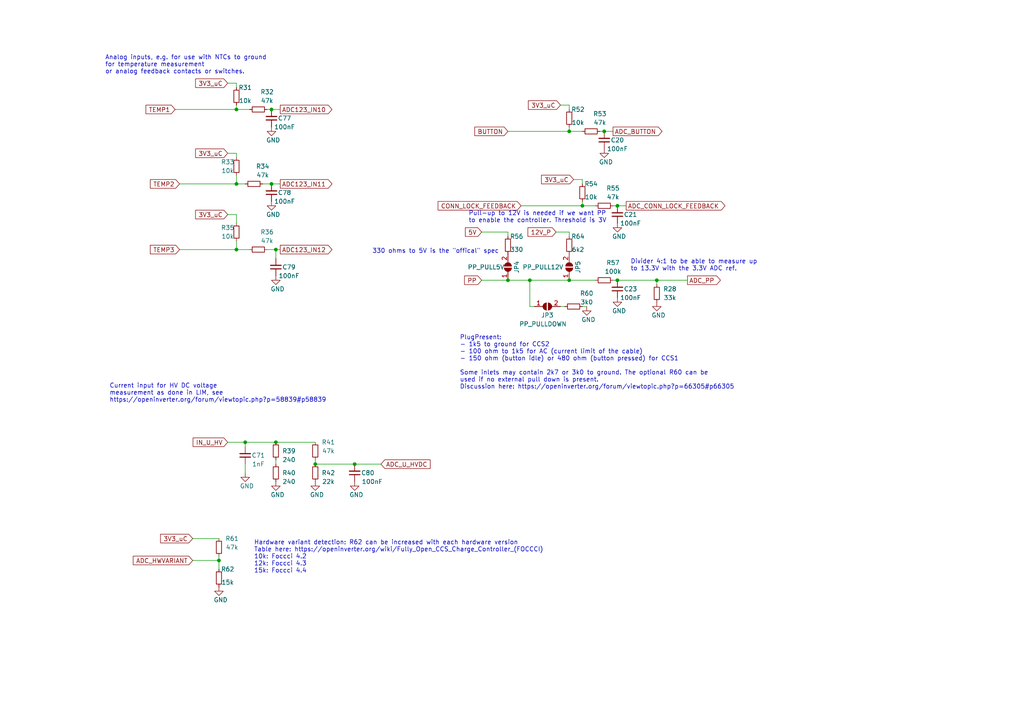
<source format=kicad_sch>
(kicad_sch (version 20230121) (generator eeschema)
  (paper "A4")
  (lib_symbols
    (symbol "C_Small_13" (pin_numbers hide) (pin_names (offset 0.254) hide)
      (property "Reference" "C" (at 0.254 1.778 0))
      (property "Value" "C_Small_13" (at 0.254 -2.032 0))
      (symbol "C_Small_13_0_1"
        (polyline (pts (xy -1.524 -0.508) (xy 1.524 -0.508)) (stroke (width 0.3302)))
        (polyline (pts (xy -1.524 0.508) (xy 1.524 0.508)) (stroke (width 0.3048)))
      )
      (symbol "C_Small_13_1_1"
        (pin passive line (at 0 2.54 270) (length 2.032) (name "~") (number "1"))
        (pin passive line (at 0 -2.54 90) (length 2.032) (name "~") (number "2"))
      )
    )
    (symbol "Device:R_Small" (pin_numbers hide) (pin_names (offset 0.254) hide)
      (property "Reference" "R" (at 0.762 0.508 0))
      (property "Value" "R_Small" (at 0.762 -1.016 0))
      (symbol "R_Small_0_1"
        (rectangle (start -0.762 1.778) (end 0.762 -1.778) (stroke (width 0.2032)))
      )
      (symbol "R_Small_1_1"
        (pin passive line (at 0 2.54 270) (length 0.762) (name "~") (number "1"))
        (pin passive line (at 0 -2.54 90) (length 0.762) (name "~") (number "2"))
      )
    )
    (symbol "Jumper:SolderJumper_2_Open" (pin_names (offset 0) hide)
      (property "Reference" "JP" (at 0 2.032 0))
      (property "Value" "SolderJumper_2_Open" (at 0 -2.54 0))
      (symbol "SolderJumper_2_Open_0_1"
        (arc (start -0.254 1.016) (mid -1.2656 0) (end -0.254 -1.016))
        (arc (start -0.254 1.016) (mid -1.2656 0) (end -0.254 -1.016) (fill (type outline)))
        (polyline (pts (xy -0.254 1.016) (xy -0.254 -1.016)))
        (polyline (pts (xy 0.254 1.016) (xy 0.254 -1.016)))
        (arc (start 0.254 -1.016) (mid 1.2656 0) (end 0.254 1.016))
        (arc (start 0.254 -1.016) (mid 1.2656 0) (end 0.254 1.016) (fill (type outline)))
      )
      (symbol "SolderJumper_2_Open_1_1"
        (pin passive line (at -3.81 0 0) (length 2.54) (name "A") (number "1"))
        (pin passive line (at 3.81 0 180) (length 2.54) (name "B") (number "2"))
      )
    )
    (symbol "power:GND" (power) (pin_names (offset 0))
      (property "Value" "GND" (at 0 -3.81 0))
      (symbol "GND_0_1"
        (polyline (pts (xy 0 0) (xy 0 -1.27) (xy 1.27 -1.27) (xy 0 -2.54) (xy -1.27 -1.27) (xy 0 -1.27)))
      )
      (symbol "GND_1_1"
        (pin power_in line (at 0 0 270) (length 0) hide (name "GND") (number "1"))
      )
    )
  )
  (junction (at 168.91 59.69))
  (junction (at 165.1 81.28))
  (junction (at 63.5 162.56))
  (junction (at 78.74 53.34))
  (junction (at 147.32 81.28))
  (junction (at 153.67 81.28))
  (junction (at 71.12 128.27))
  (junction (at 165.1 38.1))
  (junction (at 68.58 31.75))
  (junction (at 175.26 38.1))
  (junction (at 102.87 134.62))
  (junction (at 80.01 128.27))
  (junction (at 78.74 31.75))
  (junction (at 179.07 81.28))
  (junction (at 179.07 59.69))
  (junction (at 91.44 134.62))
  (junction (at 68.58 53.34))
  (junction (at 68.58 72.39))
  (junction (at 190.5 81.28))
  (junction (at 80.01 72.39))
  (wire (pts (xy 77.47 31.75) (xy 78.74 31.75)))
  (wire (pts (xy 78.74 53.34) (xy 81.28 53.34)))
  (wire (pts (xy 68.58 44.45) (xy 68.58 45.72)))
  (wire (pts (xy 165.1 36.83) (xy 165.1 38.1)))
  (wire (pts (xy 52.07 53.34) (xy 68.58 53.34)))
  (wire (pts (xy 153.67 88.9) (xy 153.67 81.28)))
  (wire (pts (xy 165.1 81.28) (xy 172.72 81.28)))
  (wire (pts (xy 165.1 67.31) (xy 165.1 68.58)))
  (wire (pts (xy 80.01 72.39) (xy 80.01 74.93)))
  (wire (pts (xy 77.47 72.39) (xy 80.01 72.39)))
  (wire (pts (xy 71.12 134.62) (xy 71.12 137.16)))
  (wire (pts (xy 165.1 38.1) (xy 168.91 38.1)))
  (wire (pts (xy 168.91 58.42) (xy 168.91 59.69)))
  (wire (pts (xy 50.8 31.75) (xy 68.58 31.75)))
  (wire (pts (xy 68.58 31.75) (xy 72.39 31.75)))
  (wire (pts (xy 147.32 67.31) (xy 147.32 68.58)))
  (wire (pts (xy 68.58 53.34) (xy 68.58 50.8)))
  (wire (pts (xy 139.7 81.28) (xy 147.32 81.28)))
  (wire (pts (xy 68.58 62.23) (xy 68.58 64.77)))
  (wire (pts (xy 63.5 161.29) (xy 63.5 162.56)))
  (wire (pts (xy 153.67 88.9) (xy 154.94 88.9)))
  (wire (pts (xy 66.04 44.45) (xy 68.58 44.45)))
  (wire (pts (xy 81.28 72.39) (xy 80.01 72.39)))
  (wire (pts (xy 102.87 134.62) (xy 110.49 134.62)))
  (wire (pts (xy 80.01 128.27) (xy 91.44 128.27)))
  (wire (pts (xy 68.58 30.48) (xy 68.58 31.75)))
  (wire (pts (xy 179.07 59.69) (xy 181.61 59.69)))
  (wire (pts (xy 71.12 128.27) (xy 71.12 129.54)))
  (wire (pts (xy 76.2 53.34) (xy 78.74 53.34)))
  (wire (pts (xy 177.8 59.69) (xy 179.07 59.69)))
  (wire (pts (xy 66.04 62.23) (xy 68.58 62.23)))
  (wire (pts (xy 162.56 88.9) (xy 163.83 88.9)))
  (wire (pts (xy 165.1 31.75) (xy 165.1 30.48)))
  (wire (pts (xy 190.5 81.28) (xy 190.5 82.55)))
  (wire (pts (xy 173.99 38.1) (xy 175.26 38.1)))
  (wire (pts (xy 71.12 128.27) (xy 80.01 128.27)))
  (wire (pts (xy 175.26 38.1) (xy 177.8 38.1)))
  (wire (pts (xy 66.04 128.27) (xy 71.12 128.27)))
  (wire (pts (xy 151.13 59.69) (xy 168.91 59.69)))
  (wire (pts (xy 168.91 59.69) (xy 172.72 59.69)))
  (wire (pts (xy 168.91 52.07) (xy 166.37 52.07)))
  (wire (pts (xy 68.58 72.39) (xy 68.58 69.85)))
  (wire (pts (xy 68.58 24.13) (xy 66.04 24.13)))
  (wire (pts (xy 161.29 67.31) (xy 165.1 67.31)))
  (wire (pts (xy 168.91 53.34) (xy 168.91 52.07)))
  (wire (pts (xy 190.5 81.28) (xy 199.39 81.28)))
  (wire (pts (xy 71.12 53.34) (xy 68.58 53.34)))
  (wire (pts (xy 147.32 67.31) (xy 139.7 67.31)))
  (wire (pts (xy 91.44 133.35) (xy 91.44 134.62)))
  (wire (pts (xy 78.74 31.75) (xy 81.28 31.75)))
  (wire (pts (xy 63.5 162.56) (xy 63.5 165.1)))
  (wire (pts (xy 147.32 38.1) (xy 165.1 38.1)))
  (wire (pts (xy 147.32 81.28) (xy 153.67 81.28)))
  (wire (pts (xy 68.58 25.4) (xy 68.58 24.13)))
  (wire (pts (xy 52.07 72.39) (xy 68.58 72.39)))
  (wire (pts (xy 91.44 134.62) (xy 102.87 134.62)))
  (wire (pts (xy 153.67 81.28) (xy 165.1 81.28)))
  (wire (pts (xy 55.88 156.21) (xy 63.5 156.21)))
  (wire (pts (xy 165.1 30.48) (xy 162.56 30.48)))
  (wire (pts (xy 179.07 81.28) (xy 190.5 81.28)))
  (wire (pts (xy 177.8 81.28) (xy 179.07 81.28)))
  (wire (pts (xy 72.39 72.39) (xy 68.58 72.39)))
  (wire (pts (xy 80.01 133.35) (xy 80.01 134.62)))
  (wire (pts (xy 168.91 88.9) (xy 170.18 88.9)))
  (wire (pts (xy 55.88 162.56) (xy 63.5 162.56)))
  (text "Divider 4:1 to be able to measure up\nto 13.3V with the 3.3V ADC ref." (at 182.88 78.74 0) (effects (font (size 1.27 1.27)) (justify left bottom)))
  (text "Hardware variant detection: R62 can be increased with each hardware version\nTable here: https://openinverter.org/wiki/Fully_Open_CCS_Charge_Controller_(FOCCCI)\n10k: Foccci 4.2\n12k: Foccci 4.3\n15k: Foccci 4.4" (at 73.66 166.37 0) (effects (font (size 1.27 1.27)) (justify left bottom)))
  (text "Current input for HV DC voltage\nmeasurement as done in LIM, see\nhttps://openinverter.org/forum/viewtopic.php?p=58839#p58839" (at 31.75 116.84 0) (effects (font (size 1.27 1.27)) (justify left bottom)))
  (text "Pull-up to 12V is needed if we want PP \nto enable the controller. Threshold is 3V" (at 135.89 64.77 0) (effects (font (size 1.27 1.27)) (justify left bottom)))
  (text "330 ohms to 5V is the \"offical\" spec" (at 107.95 73.66 0) (effects (font (size 1.27 1.27)) (justify left bottom)))
  (text "Analog inputs, e.g. for use with NTCs to ground\nfor temperature measurement\nor analog feedback contacts or switches." (at 30.48 21.59 0) (effects (font (size 1.27 1.27)) (justify left bottom)))
  (text "PlugPresent:\n- 1k5 to ground for CCS2\n- 100 ohm to 1k5 for AC (current limit of the cable)\n- 150 ohm (button idle) or 480 ohm (button pressed) for CCS1\n\nSome inlets may contain 2k7 or 3k0 to ground. The optional R60 can be\nused if no external pull down is present.\nDiscussion here: https://openinverter.org/forum/viewtopic.php?p=66305#p66305" (at 133.35 113.03 0) (effects (font (size 1.27 1.27)) (justify left bottom)))
  (global_label "ADC123_IN11" (shape output) (at 81.28 53.34 0) (property "Intersheetrefs" "${INTERSHEET_REFS}" (effects hide)))
  (global_label "ADC_U_HVDC" (shape input) (at 110.49 134.62 0) (property "Intersheetrefs" "${INTERSHEET_REFS}" (effects hide)))
  (global_label "ADC_PP" (shape output) (at 199.39 81.28 0) (property "Intersheetrefs" "${INTERSHEET_REFS}" (effects hide)))
  (global_label "ADC_BUTTON" (shape output) (at 177.8 38.1 0) (property "Intersheetrefs" "${INTERSHEET_REFS}" (effects hide)))
  (global_label "ADC123_IN12" (shape output) (at 81.28 72.39 0) (property "Intersheetrefs" "${INTERSHEET_REFS}" (effects hide)))
  (global_label "5V" (shape input) (at 139.7 67.31 180) (property "Intersheetrefs" "${INTERSHEET_REFS}" (effects hide)))
  (global_label "3V3_uC" (shape input) (at 66.04 44.45 180) (property "Intersheetrefs" "${INTERSHEET_REFS}" (effects hide)))
  (global_label "ADC123_IN10" (shape output) (at 81.28 31.75 0) (property "Intersheetrefs" "${INTERSHEET_REFS}" (effects hide)))
  (global_label "3V3_uC" (shape input) (at 66.04 62.23 180) (property "Intersheetrefs" "${INTERSHEET_REFS}" (effects hide)))
  (global_label "IN_U_HV" (shape input) (at 66.04 128.27 180) (property "Intersheetrefs" "${INTERSHEET_REFS}" (effects hide)))
  (global_label "PP" (shape input) (at 139.7 81.28 180) (property "Intersheetrefs" "${INTERSHEET_REFS}" (effects hide)))
  (global_label "12V_P" (shape input) (at 161.29 67.31 180) (property "Intersheetrefs" "${INTERSHEET_REFS}" (effects hide)))
  (global_label "3V3_uC" (shape input) (at 166.37 52.07 180) (property "Intersheetrefs" "${INTERSHEET_REFS}" (effects hide)))
  (global_label "TEMP3" (shape input) (at 52.07 72.39 180) (property "Intersheetrefs" "${INTERSHEET_REFS}" (effects hide)))
  (global_label "CONN_LOCK_FEEDBACK" (shape input) (at 151.13 59.69 180) (property "Intersheetrefs" "${INTERSHEET_REFS}" (effects hide)))
  (global_label "TEMP2" (shape input) (at 52.07 53.34 180) (property "Intersheetrefs" "${INTERSHEET_REFS}" (effects hide)))
  (global_label "TEMP1" (shape input) (at 50.8 31.75 180) (property "Intersheetrefs" "${INTERSHEET_REFS}" (effects hide)))
  (global_label "3V3_uC" (shape input) (at 66.04 24.13 180) (property "Intersheetrefs" "${INTERSHEET_REFS}" (effects hide)))
  (global_label "3V3_uC" (shape input) (at 55.88 156.21 180) (property "Intersheetrefs" "${INTERSHEET_REFS}" (effects hide)))
  (global_label "BUTTON" (shape input) (at 147.32 38.1 180) (property "Intersheetrefs" "${INTERSHEET_REFS}" (effects hide)))
  (global_label "ADC_CONN_LOCK_FEEDBACK" (shape output) (at 181.61 59.69 0) (property "Intersheetrefs" "${INTERSHEET_REFS}" (effects hide)))
  (global_label "ADC_HWVARIANT" (shape input) (at 55.88 162.56 180) (property "Intersheetrefs" "${INTERSHEET_REFS}" (effects hide)))
  (global_label "3V3_uC" (shape input) (at 162.56 30.48 180) (property "Intersheetrefs" "${INTERSHEET_REFS}" (effects hide)))
  (symbol (lib_id "power:GND") (at 71.12 137.16 0) (unit 1)
    (property "Reference" "#PWR068" (effects hide))
    (property "Value" "GND" (at 73.66 140.97 0) (effects (justify right)))
  )
  (symbol (lib_id "Device:R_Small") (at 165.1 71.12 0) (unit 1)
    (property "Reference" "R64" (at 167.64 68.58 0))
    (property "Value" "6k2" (at 167.64 72.39 0))
    (property "Footprint" "Resistor_SMD:R_0805_2012Metric_Pad1.20x1.40mm_HandSolder" (effects hide))
    (property "LINK" "https://jlcpcb.com/partdetail/18318-0805W8F3300T5E/C17630" (effects hide))
  )
  (symbol (lib_name "C_Small_13") (lib_id "Device:C_Small") (at 78.74 55.88 180) (unit 1)
    (property "Reference" "C78" (at 82.55 55.88 0))
    (property "Value" "100nF" (at 82.55 58.42 0))
    (property "Footprint" "Capacitor_SMD:C_0805_2012Metric_Pad1.18x1.45mm_HandSolder" (effects hide))
    (property "LCSC" "C49678" (effects hide))
    (property "LINK" "https://jlcpcb.com/partdetail/Yageo-CC0805KRX7R9BB104/C49678" (effects hide))
  )
  (symbol (lib_id "power:GND") (at 179.07 86.36 0) (unit 1)
    (property "Reference" "#PWR097" (effects hide))
    (property "Value" "GND" (at 181.61 90.17 0) (effects (justify right)))
  )
  (symbol (lib_id "Device:R_Small") (at 175.26 81.28 90) (unit 1)
    (property "Reference" "R57" (at 177.8 76.2 90))
    (property "Value" "100k" (at 177.8 78.74 90))
    (property "Footprint" "Resistor_SMD:R_0805_2012Metric_Pad1.20x1.40mm_HandSolder" (effects hide))
    (property "LCSC" "C17713" (effects hide))
    (property "LINK" "https://jlcpcb.com/partdetail/18401-0805W8F4702T5E/C17713" (effects hide))
  )
  (symbol (lib_id "power:GND") (at 190.5 87.63 0) (unit 1)
    (property "Reference" "#PWR099" (effects hide))
    (property "Value" "GND" (at 193.04 91.44 0) (effects (justify right)))
  )
  (symbol (lib_id "Jumper:SolderJumper_2_Open") (at 165.1 77.47 90) (unit 1)
    (property "Reference" "JP5" (at 167.64 77.47 0))
    (property "Value" "PP_PULL12V" (at 157.48 77.47 90))
    (property "Footprint" "Jumper:SolderJumper-2_P1.3mm_Open_TrianglePad1.0x1.5mm" (effects hide))
  )
  (symbol (lib_name "C_Small_13") (lib_id "Device:C_Small") (at 179.07 62.23 180) (unit 1)
    (property "Reference" "C21" (at 182.88 62.23 0))
    (property "Value" "100nF" (at 182.88 64.77 0))
    (property "Footprint" "Capacitor_SMD:C_0805_2012Metric_Pad1.18x1.45mm_HandSolder" (effects hide))
    (property "LCSC" "C49678" (effects hide))
    (property "LINK" "https://jlcpcb.com/partdetail/Yageo-CC0805KRX7R9BB104/C49678" (effects hide))
  )
  (symbol (lib_id "power:GND") (at 78.74 36.83 0) (unit 1)
    (property "Reference" "#PWR082" (effects hide))
    (property "Value" "GND" (at 81.28 40.64 0) (effects (justify right)))
  )
  (symbol (lib_name "C_Small_13") (lib_id "Device:C_Small") (at 78.74 34.29 180) (unit 1)
    (property "Reference" "C77" (at 82.55 34.29 0))
    (property "Value" "100nF" (at 82.55 36.83 0))
    (property "Footprint" "Capacitor_SMD:C_0805_2012Metric_Pad1.18x1.45mm_HandSolder" (effects hide))
    (property "LCSC" "C49678" (effects hide))
    (property "LINK" "https://jlcpcb.com/partdetail/Yageo-CC0805KRX7R9BB104/C49678" (effects hide))
  )
  (symbol (lib_id "Device:R_Small") (at 175.26 59.69 90) (unit 1)
    (property "Reference" "R55" (at 177.8 54.61 90))
    (property "Value" "47k" (at 177.8 57.15 90))
    (property "Footprint" "Resistor_SMD:R_0805_2012Metric_Pad1.20x1.40mm_HandSolder" (effects hide))
    (property "LCSC" "C17713" (effects hide))
    (property "LINK" "https://jlcpcb.com/partdetail/18401-0805W8F4702T5E/C17713" (effects hide))
  )
  (symbol (lib_name "C_Small_13") (lib_id "Device:C_Small") (at 80.01 77.47 180) (unit 1)
    (property "Reference" "C79" (at 83.82 77.47 0))
    (property "Value" "100nF" (at 83.82 80.01 0))
    (property "Footprint" "Capacitor_SMD:C_0805_2012Metric_Pad1.18x1.45mm_HandSolder" (effects hide))
    (property "LCSC" "C49678" (effects hide))
    (property "LINK" "https://jlcpcb.com/partdetail/Yageo-CC0805KRX7R9BB104/C49678" (effects hide))
  )
  (symbol (lib_id "Device:R_Small") (at 147.32 71.12 0) (unit 1)
    (property "Reference" "R56" (at 149.86 68.58 0))
    (property "Value" "330" (at 149.86 72.39 0))
    (property "Footprint" "Resistor_SMD:R_0805_2012Metric_Pad1.20x1.40mm_HandSolder" (effects hide))
    (property "LCSC" "C17634" (effects hide))
    (property "LINK" "https://jlcpcb.com/partdetail/18318-0805W8F3300T5E/C17630" (effects hide))
  )
  (symbol (lib_id "Device:R_Small") (at 168.91 55.88 0) (unit 1)
    (property "Reference" "R54" (at 171.45 53.34 0))
    (property "Value" "10k" (at 171.45 57.15 0))
    (property "Footprint" "Resistor_SMD:R_0805_2012Metric_Pad1.20x1.40mm_HandSolder" (effects hide))
    (property "LCSC" "C17414" (effects hide))
    (property "LINK" "https://jlcpcb.com/partdetail/18102-0805W8F1002T5E/C17414" (effects hide))
  )
  (symbol (lib_id "Device:R_Small") (at 91.44 137.16 180) (unit 1)
    (property "Reference" "R42" (at 95.25 137.16 0))
    (property "Value" "22k" (at 95.25 139.7 0))
    (property "Footprint" "Resistor_SMD:R_0805_2012Metric_Pad1.20x1.40mm_HandSolder" (effects hide))
    (property "Datasheet" "https://datasheet.lcsc.com/lcsc/1811101920_UNI-ROYAL-Uniroyal-Elec-0603WAF3301T5E_C22978.pdf" (effects hide))
    (property "LCSC" "C17560" (effects hide))
    (property "LINK" "https://jlcpcb.com/partdetail/18248-0805W8F2202T5E/C17560" (effects hide))
  )
  (symbol (lib_id "Device:R_Small") (at 63.5 158.75 180) (unit 1)
    (property "Reference" "R61" (at 67.31 156.21 0))
    (property "Value" "47k" (at 67.31 158.75 0))
    (property "Footprint" "Resistor_SMD:R_0805_2012Metric_Pad1.20x1.40mm_HandSolder" (effects hide))
    (property "Datasheet" "https://datasheet.lcsc.com/lcsc/1811101920_UNI-ROYAL-Uniroyal-Elec-0603WAF3301T5E_C22978.pdf" (effects hide))
    (property "LCSC" "C17713" (effects hide))
    (property "LINK" "https://jlcpcb.com/partdetail/18401-0805W8F4702T5E/C17713" (effects hide))
  )
  (symbol (lib_id "Device:R_Small") (at 165.1 34.29 0) (unit 1)
    (property "Reference" "R52" (at 167.64 31.75 0))
    (property "Value" "10k" (at 167.64 35.56 0))
    (property "Footprint" "Resistor_SMD:R_0805_2012Metric_Pad1.20x1.40mm_HandSolder" (effects hide))
    (property "LCSC" "C17414" (effects hide))
    (property "LINK" "https://jlcpcb.com/partdetail/18102-0805W8F1002T5E/C17414" (effects hide))
  )
  (symbol (lib_id "power:GND") (at 170.18 88.9 0) (unit 1)
    (property "Reference" "#PWR0100" (effects hide))
    (property "Value" "GND" (at 172.72 92.71 0) (effects (justify right)))
  )
  (symbol (lib_id "Device:R_Small") (at 190.5 85.09 0) (unit 1)
    (property "Reference" "R28" (at 194.31 83.82 0))
    (property "Value" "33k" (at 194.31 86.36 0))
    (property "Footprint" "Resistor_SMD:R_0805_2012Metric_Pad1.20x1.40mm_HandSolder" (effects hide))
    (property "LINK" "https://jlcpcb.com/partdetail/18401-0805W8F4702T5E/C17713" (effects hide))
  )
  (symbol (lib_id "Device:R_Small") (at 80.01 130.81 180) (unit 1)
    (property "Reference" "R39" (at 83.82 130.81 0))
    (property "Value" "240" (at 83.82 133.35 0))
    (property "Footprint" "Resistor_SMD:R_0805_2012Metric_Pad1.20x1.40mm_HandSolder" (effects hide))
    (property "Datasheet" "https://datasheet.lcsc.com/lcsc/1811101920_UNI-ROYAL-Uniroyal-Elec-0603WAF3301T5E_C22978.pdf" (effects hide))
    (property "LCSC" "C17572" (effects hide))
    (property "LINK" "https://jlcpcb.com/partdetail/18260-0805W8F2400T5E/C17572" (effects hide))
  )
  (symbol (lib_id "Device:R_Small") (at 74.93 72.39 90) (unit 1)
    (property "Reference" "R36" (at 77.47 67.31 90))
    (property "Value" "47k" (at 77.47 69.85 90))
    (property "Footprint" "Resistor_SMD:R_0805_2012Metric_Pad1.20x1.40mm_HandSolder" (effects hide))
    (property "LCSC" "C17713" (effects hide))
    (property "LINK" "https://jlcpcb.com/partdetail/18401-0805W8F4702T5E/C17713" (effects hide))
  )
  (symbol (lib_id "Device:R_Small") (at 80.01 137.16 180) (unit 1)
    (property "Reference" "R40" (at 83.82 137.16 0))
    (property "Value" "240" (at 83.82 139.7 0))
    (property "Footprint" "Resistor_SMD:R_0805_2012Metric_Pad1.20x1.40mm_HandSolder" (effects hide))
    (property "Datasheet" "https://datasheet.lcsc.com/lcsc/1811101920_UNI-ROYAL-Uniroyal-Elec-0603WAF3301T5E_C22978.pdf" (effects hide))
    (property "LCSC" "C17572" (effects hide))
    (property "LINK" "https://jlcpcb.com/partdetail/18260-0805W8F2400T5E/C17572" (effects hide))
  )
  (symbol (lib_id "Jumper:SolderJumper_2_Open") (at 158.75 88.9 0) (unit 1)
    (property "Reference" "JP3" (at 158.75 91.44 0))
    (property "Value" "PP_PULLDOWN" (at 157.48 93.98 0))
    (property "Footprint" "Jumper:SolderJumper-2_P1.3mm_Open_TrianglePad1.0x1.5mm" (effects hide))
  )
  (symbol (lib_id "Device:R_Small") (at 68.58 48.26 0) (unit 1)
    (property "Reference" "R33" (at 66.04 46.99 0))
    (property "Value" "10k" (at 66.04 49.53 0))
    (property "Footprint" "Resistor_SMD:R_0805_2012Metric_Pad1.20x1.40mm_HandSolder" (effects hide))
    (property "LCSC" "C17414" (effects hide))
    (property "LINK" "https://jlcpcb.com/partdetail/18102-0805W8F1002T5E/C17414" (effects hide))
  )
  (symbol (lib_id "Device:R_Small") (at 73.66 53.34 90) (unit 1)
    (property "Reference" "R34" (at 76.2 48.26 90))
    (property "Value" "47k" (at 76.2 50.8 90))
    (property "Footprint" "Resistor_SMD:R_0805_2012Metric_Pad1.20x1.40mm_HandSolder" (effects hide))
    (property "LCSC" "C17713" (effects hide))
    (property "LINK" "https://jlcpcb.com/partdetail/18401-0805W8F4702T5E/C17713" (effects hide))
  )
  (symbol (lib_id "Device:R_Small") (at 171.45 38.1 90) (unit 1)
    (property "Reference" "R53" (at 173.99 33.02 90))
    (property "Value" "47k" (at 173.99 35.56 90))
    (property "Footprint" "Resistor_SMD:R_0805_2012Metric_Pad1.20x1.40mm_HandSolder" (effects hide))
    (property "LCSC" "C17713" (effects hide))
    (property "LINK" "https://jlcpcb.com/partdetail/18401-0805W8F4702T5E/C17713" (effects hide))
  )
  (symbol (lib_name "C_Small_13") (lib_id "Device:C_Small") (at 179.07 83.82 180) (unit 1)
    (property "Reference" "C23" (at 182.88 83.82 0))
    (property "Value" "100nF" (at 182.88 86.36 0))
    (property "Footprint" "Capacitor_SMD:C_0805_2012Metric_Pad1.18x1.45mm_HandSolder" (effects hide))
    (property "LCSC" "C49678" (effects hide))
    (property "LINK" "https://jlcpcb.com/partdetail/Yageo-CC0805KRX7R9BB104/C49678" (effects hide))
  )
  (symbol (lib_id "Device:R_Small") (at 166.37 88.9 90) (unit 1)
    (property "Reference" "R60" (at 170.18 85.09 90))
    (property "Value" "3k0" (at 170.18 87.63 90))
    (property "Footprint" "Resistor_SMD:R_0805_2012Metric_Pad1.20x1.40mm_HandSolder" (effects hide))
    (property "LCSC" "C17661" (effects hide))
    (property "LINK" "https://jlcpcb.com/partdetail/18349-0805W8F3001T5E/C17661" (effects hide))
  )
  (symbol (lib_name "C_Small_13") (lib_id "Device:C_Small") (at 175.26 40.64 180) (unit 1)
    (property "Reference" "C20" (at 179.07 40.64 0))
    (property "Value" "100nF" (at 179.07 43.18 0))
    (property "Footprint" "Capacitor_SMD:C_0805_2012Metric_Pad1.18x1.45mm_HandSolder" (effects hide))
    (property "LCSC" "C49678" (effects hide))
    (property "LINK" "https://jlcpcb.com/partdetail/Yageo-CC0805KRX7R9BB104/C49678" (effects hide))
  )
  (symbol (lib_id "power:GND") (at 63.5 170.18 0) (unit 1)
    (property "Reference" "#PWR0101" (effects hide))
    (property "Value" "GND" (at 66.04 173.99 0) (effects (justify right)))
  )
  (symbol (lib_id "Device:R_Small") (at 91.44 130.81 180) (unit 1)
    (property "Reference" "R41" (at 95.25 128.27 0))
    (property "Value" "47k" (at 95.25 130.81 0))
    (property "Footprint" "Resistor_SMD:R_0805_2012Metric_Pad1.20x1.40mm_HandSolder" (effects hide))
    (property "Datasheet" "https://datasheet.lcsc.com/lcsc/1811101920_UNI-ROYAL-Uniroyal-Elec-0603WAF3301T5E_C22978.pdf" (effects hide))
    (property "LCSC" "C17713" (effects hide))
    (property "LINK" "https://jlcpcb.com/partdetail/18401-0805W8F4702T5E/C17713" (effects hide))
  )
  (symbol (lib_id "Device:R_Small") (at 68.58 27.94 0) (unit 1)
    (property "Reference" "R31" (at 71.12 25.4 0))
    (property "Value" "10k" (at 71.12 29.21 0))
    (property "Footprint" "Resistor_SMD:R_0805_2012Metric_Pad1.20x1.40mm_HandSolder" (effects hide))
    (property "LCSC" "C17414" (effects hide))
    (property "LINK" "https://jlcpcb.com/partdetail/18102-0805W8F1002T5E/C17414" (effects hide))
  )
  (symbol (lib_id "Device:R_Small") (at 68.58 67.31 0) (unit 1)
    (property "Reference" "R35" (at 66.04 66.04 0))
    (property "Value" "10k" (at 66.04 68.58 0))
    (property "Footprint" "Resistor_SMD:R_0805_2012Metric_Pad1.20x1.40mm_HandSolder" (effects hide))
    (property "LCSC" "C17414" (effects hide))
    (property "LINK" "https://jlcpcb.com/partdetail/18102-0805W8F1002T5E/C17414" (effects hide))
  )
  (symbol (lib_id "power:GND") (at 80.01 80.01 0) (unit 1)
    (property "Reference" "#PWR085" (effects hide))
    (property "Value" "GND" (at 82.55 83.82 0) (effects (justify right)))
  )
  (symbol (lib_id "power:GND") (at 175.26 43.18 0) (unit 1)
    (property "Reference" "#PWR095" (effects hide))
    (property "Value" "GND" (at 177.8 46.99 0) (effects (justify right)))
  )
  (symbol (lib_id "power:GND") (at 80.01 139.7 0) (unit 1)
    (property "Reference" "#PWR088" (effects hide))
    (property "Value" "GND" (at 82.55 143.51 0) (effects (justify right)))
  )
  (symbol (lib_id "power:GND") (at 91.44 139.7 0) (unit 1)
    (property "Reference" "#PWR089" (effects hide))
    (property "Value" "GND" (at 93.98 143.51 0) (effects (justify right)))
  )
  (symbol (lib_id "power:GND") (at 179.07 64.77 0) (unit 1)
    (property "Reference" "#PWR096" (effects hide))
    (property "Value" "GND" (at 181.61 68.58 0) (effects (justify right)))
  )
  (symbol (lib_id "power:GND") (at 78.74 58.42 0) (unit 1)
    (property "Reference" "#PWR084" (effects hide))
    (property "Value" "GND" (at 81.28 62.23 0) (effects (justify right)))
  )
  (symbol (lib_name "C_Small_13") (lib_id "Device:C_Small") (at 71.12 132.08 180) (unit 1)
    (property "Reference" "C71" (at 74.93 132.08 0))
    (property "Value" "1nF" (at 74.93 134.62 0))
    (property "Footprint" "Capacitor_SMD:C_0805_2012Metric_Pad1.18x1.45mm_HandSolder" (effects hide))
    (property "LCSC" "C46653" (effects hide))
    (property "LINK" "https://jlcpcb.com/partdetail/47657-CL21B102KBCNNNC/C46653" (effects hide))
  )
  (symbol (lib_name "C_Small_13") (lib_id "Device:C_Small") (at 102.87 137.16 180) (unit 1)
    (property "Reference" "C80" (at 106.68 137.16 0))
    (property "Value" "100nF" (at 107.95 139.7 0))
    (property "Footprint" "Capacitor_SMD:C_0805_2012Metric_Pad1.18x1.45mm_HandSolder" (effects hide))
    (property "LCSC" "C49678" (effects hide))
    (property "LINK" "https://jlcpcb.com/partdetail/Yageo-CC0805KRX7R9BB104/C49678" (effects hide))
  )
  (symbol (lib_id "Jumper:SolderJumper_2_Open") (at 147.32 77.47 90) (unit 1)
    (property "Reference" "JP4" (at 149.86 77.47 0))
    (property "Value" "PP_PULL5V" (at 140.97 77.47 90))
    (property "Footprint" "Jumper:SolderJumper-2_P1.3mm_Open_TrianglePad1.0x1.5mm" (effects hide))
  )
  (symbol (lib_id "Device:R_Small") (at 63.5 167.64 0) (unit 1)
    (property "Reference" "R62" (at 66.04 165.1 0))
    (property "Value" "15k" (at 66.04 168.91 0))
    (property "Footprint" "Resistor_SMD:R_0805_2012Metric_Pad1.20x1.40mm_HandSolder" (effects hide))
    (property "LCSC" "C22809" (effects hide))
    (property "LINK" "https://jlcpcb.com/partdetail/18102-0805W8F1002T5E/C17414" (effects hide))
  )
  (symbol (lib_id "power:GND") (at 102.87 139.7 0) (unit 1)
    (property "Reference" "#PWR090" (effects hide))
    (property "Value" "GND" (at 105.41 143.51 0) (effects (justify right)))
  )
  (symbol (lib_id "Device:R_Small") (at 74.93 31.75 90) (unit 1)
    (property "Reference" "R32" (at 77.47 26.67 90))
    (property "Value" "47k" (at 77.47 29.21 90))
    (property "Footprint" "Resistor_SMD:R_0805_2012Metric_Pad1.20x1.40mm_HandSolder" (effects hide))
    (property "LCSC" "C17713" (effects hide))
    (property "LINK" "https://jlcpcb.com/partdetail/18401-0805W8F4702T5E/C17713" (effects hide))
  )
)
</source>
